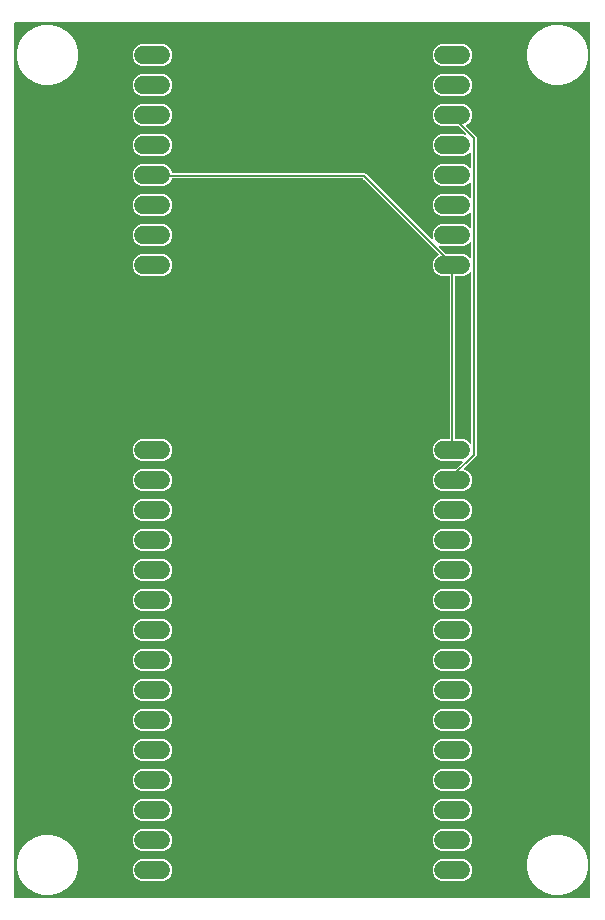
<source format=gbr>
G04 EAGLE Gerber RS-274X export*
G75*
%MOMM*%
%FSLAX34Y34*%
%LPD*%
%INTop Copper*%
%IPPOS*%
%AMOC8*
5,1,8,0,0,1.08239X$1,22.5*%
G01*
G04 Define Apertures*
%ADD10C,1.524000*%
%ADD11C,0.152400*%
G36*
X497375Y-751780D02*
X497625Y-751608D01*
X497789Y-751353D01*
X497840Y-751078D01*
X497840Y-10922D01*
X497780Y-10625D01*
X497608Y-10375D01*
X497353Y-10211D01*
X497078Y-10160D01*
X10922Y-10160D01*
X10625Y-10220D01*
X10375Y-10392D01*
X10211Y-10647D01*
X10160Y-10922D01*
X10160Y-751078D01*
X10220Y-751375D01*
X10392Y-751625D01*
X10647Y-751789D01*
X10922Y-751840D01*
X497078Y-751840D01*
X497375Y-751780D01*
G37*
%LPC*%
G36*
X466522Y-63760D02*
X459996Y-62011D01*
X454144Y-58633D01*
X449367Y-53856D01*
X445989Y-48004D01*
X444240Y-41478D01*
X444240Y-34722D01*
X445989Y-28196D01*
X449367Y-22344D01*
X454144Y-17567D01*
X459996Y-14189D01*
X466522Y-12440D01*
X473278Y-12440D01*
X479804Y-14189D01*
X485656Y-17567D01*
X490433Y-22344D01*
X493811Y-28196D01*
X495560Y-34722D01*
X495560Y-41478D01*
X493811Y-48004D01*
X490433Y-53856D01*
X485656Y-58633D01*
X479804Y-62011D01*
X473278Y-63760D01*
X466522Y-63760D01*
G37*
G36*
X34722Y-63760D02*
X28196Y-62011D01*
X22344Y-58633D01*
X17567Y-53856D01*
X14189Y-48004D01*
X12440Y-41478D01*
X12440Y-34722D01*
X14189Y-28196D01*
X17567Y-22344D01*
X22344Y-17567D01*
X28196Y-14189D01*
X34722Y-12440D01*
X41478Y-12440D01*
X48004Y-14189D01*
X53856Y-17567D01*
X58633Y-22344D01*
X62011Y-28196D01*
X63760Y-34722D01*
X63760Y-41478D01*
X62011Y-48004D01*
X58633Y-53856D01*
X53856Y-58633D01*
X48004Y-62011D01*
X41478Y-63760D01*
X34722Y-63760D01*
G37*
G36*
X371561Y-47244D02*
X368200Y-45852D01*
X365628Y-43280D01*
X364236Y-39919D01*
X364236Y-36281D01*
X365628Y-32920D01*
X368200Y-30348D01*
X371561Y-28956D01*
X390439Y-28956D01*
X393800Y-30348D01*
X396372Y-32920D01*
X397764Y-36281D01*
X397764Y-39919D01*
X396372Y-43280D01*
X393800Y-45852D01*
X390439Y-47244D01*
X371561Y-47244D01*
G37*
G36*
X117561Y-47244D02*
X114200Y-45852D01*
X111628Y-43280D01*
X110236Y-39919D01*
X110236Y-36281D01*
X111628Y-32920D01*
X114200Y-30348D01*
X117561Y-28956D01*
X136439Y-28956D01*
X139800Y-30348D01*
X142372Y-32920D01*
X143764Y-36281D01*
X143764Y-39919D01*
X142372Y-43280D01*
X139800Y-45852D01*
X136439Y-47244D01*
X117561Y-47244D01*
G37*
G36*
X371561Y-72644D02*
X368200Y-71252D01*
X365628Y-68680D01*
X364236Y-65319D01*
X364236Y-61681D01*
X365628Y-58320D01*
X368200Y-55748D01*
X371561Y-54356D01*
X390439Y-54356D01*
X393800Y-55748D01*
X396372Y-58320D01*
X397764Y-61681D01*
X397764Y-65319D01*
X396372Y-68680D01*
X393800Y-71252D01*
X390439Y-72644D01*
X371561Y-72644D01*
G37*
G36*
X117561Y-72644D02*
X114200Y-71252D01*
X111628Y-68680D01*
X110236Y-65319D01*
X110236Y-61681D01*
X111628Y-58320D01*
X114200Y-55748D01*
X117561Y-54356D01*
X136439Y-54356D01*
X139800Y-55748D01*
X142372Y-58320D01*
X143764Y-61681D01*
X143764Y-65319D01*
X142372Y-68680D01*
X139800Y-71252D01*
X136439Y-72644D01*
X117561Y-72644D01*
G37*
G36*
X371561Y-407194D02*
X368200Y-405802D01*
X365628Y-403230D01*
X364236Y-399869D01*
X364236Y-396231D01*
X365628Y-392870D01*
X368200Y-390298D01*
X371561Y-388906D01*
X383261Y-388906D01*
X383559Y-388846D01*
X383800Y-388683D01*
X389388Y-383095D01*
X389556Y-382842D01*
X389611Y-382544D01*
X389546Y-382248D01*
X389371Y-382000D01*
X389113Y-381841D01*
X388849Y-381794D01*
X371561Y-381794D01*
X368200Y-380402D01*
X365628Y-377830D01*
X364236Y-374469D01*
X364236Y-370831D01*
X365628Y-367470D01*
X368200Y-364898D01*
X371561Y-363506D01*
X377952Y-363506D01*
X378249Y-363446D01*
X378499Y-363274D01*
X378663Y-363019D01*
X378714Y-362744D01*
X378714Y-225806D01*
X378654Y-225509D01*
X378482Y-225259D01*
X378227Y-225095D01*
X377952Y-225044D01*
X371561Y-225044D01*
X368200Y-223652D01*
X365628Y-221080D01*
X364236Y-217719D01*
X364236Y-214081D01*
X365628Y-210720D01*
X368200Y-208148D01*
X369148Y-207755D01*
X369400Y-207586D01*
X369565Y-207332D01*
X369619Y-207033D01*
X369551Y-206737D01*
X369396Y-206513D01*
X305600Y-142717D01*
X305347Y-142550D01*
X305061Y-142494D01*
X143869Y-142494D01*
X143572Y-142554D01*
X143322Y-142726D01*
X143165Y-142964D01*
X142372Y-144880D01*
X139800Y-147452D01*
X136439Y-148844D01*
X117561Y-148844D01*
X114200Y-147452D01*
X111628Y-144880D01*
X110236Y-141519D01*
X110236Y-137881D01*
X111628Y-134520D01*
X114200Y-131948D01*
X117561Y-130556D01*
X136439Y-130556D01*
X139800Y-131948D01*
X142372Y-134520D01*
X143586Y-137452D01*
X143756Y-137703D01*
X144010Y-137869D01*
X144290Y-137922D01*
X307271Y-137922D01*
X363343Y-193994D01*
X363596Y-194162D01*
X363894Y-194217D01*
X364190Y-194152D01*
X364438Y-193977D01*
X364597Y-193719D01*
X364643Y-193419D01*
X364586Y-193164D01*
X364236Y-192319D01*
X364236Y-188681D01*
X365628Y-185320D01*
X368200Y-182748D01*
X371561Y-181356D01*
X390439Y-181356D01*
X393800Y-182748D01*
X395701Y-184650D01*
X395954Y-184817D01*
X396252Y-184873D01*
X396548Y-184808D01*
X396796Y-184632D01*
X396955Y-184374D01*
X397002Y-184111D01*
X397002Y-171489D01*
X396942Y-171192D01*
X396770Y-170942D01*
X396515Y-170778D01*
X396216Y-170728D01*
X395921Y-170797D01*
X395701Y-170950D01*
X393800Y-172852D01*
X390439Y-174244D01*
X371561Y-174244D01*
X368200Y-172852D01*
X365628Y-170280D01*
X364236Y-166919D01*
X364236Y-163281D01*
X365628Y-159920D01*
X368200Y-157348D01*
X371561Y-155956D01*
X390439Y-155956D01*
X393800Y-157348D01*
X395701Y-159250D01*
X395954Y-159417D01*
X396252Y-159473D01*
X396548Y-159408D01*
X396796Y-159232D01*
X396955Y-158974D01*
X397002Y-158711D01*
X397002Y-146089D01*
X396942Y-145792D01*
X396770Y-145542D01*
X396515Y-145378D01*
X396216Y-145328D01*
X395921Y-145397D01*
X395701Y-145550D01*
X393800Y-147452D01*
X390439Y-148844D01*
X371561Y-148844D01*
X368200Y-147452D01*
X365628Y-144880D01*
X364236Y-141519D01*
X364236Y-137881D01*
X365628Y-134520D01*
X368200Y-131948D01*
X371561Y-130556D01*
X390439Y-130556D01*
X393800Y-131948D01*
X395701Y-133850D01*
X395954Y-134017D01*
X396252Y-134073D01*
X396548Y-134008D01*
X396796Y-133832D01*
X396955Y-133574D01*
X397002Y-133311D01*
X397002Y-120689D01*
X396942Y-120392D01*
X396770Y-120142D01*
X396515Y-119978D01*
X396216Y-119928D01*
X395921Y-119997D01*
X395701Y-120150D01*
X393800Y-122052D01*
X390439Y-123444D01*
X371561Y-123444D01*
X368200Y-122052D01*
X365628Y-119480D01*
X364236Y-116119D01*
X364236Y-112481D01*
X365628Y-109120D01*
X368200Y-106548D01*
X371561Y-105156D01*
X390439Y-105156D01*
X391284Y-105506D01*
X391582Y-105564D01*
X391878Y-105501D01*
X392127Y-105328D01*
X392288Y-105071D01*
X392337Y-104772D01*
X392265Y-104477D01*
X392114Y-104263D01*
X386118Y-98267D01*
X385865Y-98100D01*
X385579Y-98044D01*
X371561Y-98044D01*
X368200Y-96652D01*
X365628Y-94080D01*
X364236Y-90719D01*
X364236Y-87081D01*
X365628Y-83720D01*
X368200Y-81148D01*
X371561Y-79756D01*
X390439Y-79756D01*
X393800Y-81148D01*
X396372Y-83720D01*
X397764Y-87081D01*
X397764Y-90719D01*
X396372Y-94080D01*
X393800Y-96652D01*
X392852Y-97045D01*
X392600Y-97214D01*
X392435Y-97468D01*
X392381Y-97767D01*
X392449Y-98063D01*
X392604Y-98287D01*
X401574Y-107257D01*
X401574Y-377375D01*
X390965Y-387984D01*
X390798Y-388236D01*
X390742Y-388535D01*
X390807Y-388831D01*
X390983Y-389078D01*
X391213Y-389226D01*
X393800Y-390298D01*
X396372Y-392870D01*
X397764Y-396231D01*
X397764Y-399869D01*
X396372Y-403230D01*
X393800Y-405802D01*
X390439Y-407194D01*
X371561Y-407194D01*
G37*
G36*
X117561Y-98044D02*
X114200Y-96652D01*
X111628Y-94080D01*
X110236Y-90719D01*
X110236Y-87081D01*
X111628Y-83720D01*
X114200Y-81148D01*
X117561Y-79756D01*
X136439Y-79756D01*
X139800Y-81148D01*
X142372Y-83720D01*
X143764Y-87081D01*
X143764Y-90719D01*
X142372Y-94080D01*
X139800Y-96652D01*
X136439Y-98044D01*
X117561Y-98044D01*
G37*
G36*
X117561Y-123444D02*
X114200Y-122052D01*
X111628Y-119480D01*
X110236Y-116119D01*
X110236Y-112481D01*
X111628Y-109120D01*
X114200Y-106548D01*
X117561Y-105156D01*
X136439Y-105156D01*
X139800Y-106548D01*
X142372Y-109120D01*
X143764Y-112481D01*
X143764Y-116119D01*
X142372Y-119480D01*
X139800Y-122052D01*
X136439Y-123444D01*
X117561Y-123444D01*
G37*
G36*
X117561Y-174244D02*
X114200Y-172852D01*
X111628Y-170280D01*
X110236Y-166919D01*
X110236Y-163281D01*
X111628Y-159920D01*
X114200Y-157348D01*
X117561Y-155956D01*
X136439Y-155956D01*
X139800Y-157348D01*
X142372Y-159920D01*
X143764Y-163281D01*
X143764Y-166919D01*
X142372Y-170280D01*
X139800Y-172852D01*
X136439Y-174244D01*
X117561Y-174244D01*
G37*
G36*
X117561Y-199644D02*
X114200Y-198252D01*
X111628Y-195680D01*
X110236Y-192319D01*
X110236Y-188681D01*
X111628Y-185320D01*
X114200Y-182748D01*
X117561Y-181356D01*
X136439Y-181356D01*
X139800Y-182748D01*
X142372Y-185320D01*
X143764Y-188681D01*
X143764Y-192319D01*
X142372Y-195680D01*
X139800Y-198252D01*
X136439Y-199644D01*
X117561Y-199644D01*
G37*
G36*
X117561Y-225044D02*
X114200Y-223652D01*
X111628Y-221080D01*
X110236Y-217719D01*
X110236Y-214081D01*
X111628Y-210720D01*
X114200Y-208148D01*
X117561Y-206756D01*
X136439Y-206756D01*
X139800Y-208148D01*
X142372Y-210720D01*
X143764Y-214081D01*
X143764Y-217719D01*
X142372Y-221080D01*
X139800Y-223652D01*
X136439Y-225044D01*
X117561Y-225044D01*
G37*
G36*
X117561Y-381794D02*
X114200Y-380402D01*
X111628Y-377830D01*
X110236Y-374469D01*
X110236Y-370831D01*
X111628Y-367470D01*
X114200Y-364898D01*
X117561Y-363506D01*
X136439Y-363506D01*
X139800Y-364898D01*
X142372Y-367470D01*
X143764Y-370831D01*
X143764Y-374469D01*
X142372Y-377830D01*
X139800Y-380402D01*
X136439Y-381794D01*
X117561Y-381794D01*
G37*
G36*
X117561Y-407194D02*
X114200Y-405802D01*
X111628Y-403230D01*
X110236Y-399869D01*
X110236Y-396231D01*
X111628Y-392870D01*
X114200Y-390298D01*
X117561Y-388906D01*
X136439Y-388906D01*
X139800Y-390298D01*
X142372Y-392870D01*
X143764Y-396231D01*
X143764Y-399869D01*
X142372Y-403230D01*
X139800Y-405802D01*
X136439Y-407194D01*
X117561Y-407194D01*
G37*
G36*
X371561Y-432594D02*
X368200Y-431202D01*
X365628Y-428630D01*
X364236Y-425269D01*
X364236Y-421631D01*
X365628Y-418270D01*
X368200Y-415698D01*
X371561Y-414306D01*
X390439Y-414306D01*
X393800Y-415698D01*
X396372Y-418270D01*
X397764Y-421631D01*
X397764Y-425269D01*
X396372Y-428630D01*
X393800Y-431202D01*
X390439Y-432594D01*
X371561Y-432594D01*
G37*
G36*
X117561Y-432594D02*
X114200Y-431202D01*
X111628Y-428630D01*
X110236Y-425269D01*
X110236Y-421631D01*
X111628Y-418270D01*
X114200Y-415698D01*
X117561Y-414306D01*
X136439Y-414306D01*
X139800Y-415698D01*
X142372Y-418270D01*
X143764Y-421631D01*
X143764Y-425269D01*
X142372Y-428630D01*
X139800Y-431202D01*
X136439Y-432594D01*
X117561Y-432594D01*
G37*
G36*
X371561Y-457994D02*
X368200Y-456602D01*
X365628Y-454030D01*
X364236Y-450669D01*
X364236Y-447031D01*
X365628Y-443670D01*
X368200Y-441098D01*
X371561Y-439706D01*
X390439Y-439706D01*
X393800Y-441098D01*
X396372Y-443670D01*
X397764Y-447031D01*
X397764Y-450669D01*
X396372Y-454030D01*
X393800Y-456602D01*
X390439Y-457994D01*
X371561Y-457994D01*
G37*
G36*
X117561Y-457994D02*
X114200Y-456602D01*
X111628Y-454030D01*
X110236Y-450669D01*
X110236Y-447031D01*
X111628Y-443670D01*
X114200Y-441098D01*
X117561Y-439706D01*
X136439Y-439706D01*
X139800Y-441098D01*
X142372Y-443670D01*
X143764Y-447031D01*
X143764Y-450669D01*
X142372Y-454030D01*
X139800Y-456602D01*
X136439Y-457994D01*
X117561Y-457994D01*
G37*
G36*
X371561Y-483394D02*
X368200Y-482002D01*
X365628Y-479430D01*
X364236Y-476069D01*
X364236Y-472431D01*
X365628Y-469070D01*
X368200Y-466498D01*
X371561Y-465106D01*
X390439Y-465106D01*
X393800Y-466498D01*
X396372Y-469070D01*
X397764Y-472431D01*
X397764Y-476069D01*
X396372Y-479430D01*
X393800Y-482002D01*
X390439Y-483394D01*
X371561Y-483394D01*
G37*
G36*
X117561Y-483394D02*
X114200Y-482002D01*
X111628Y-479430D01*
X110236Y-476069D01*
X110236Y-472431D01*
X111628Y-469070D01*
X114200Y-466498D01*
X117561Y-465106D01*
X136439Y-465106D01*
X139800Y-466498D01*
X142372Y-469070D01*
X143764Y-472431D01*
X143764Y-476069D01*
X142372Y-479430D01*
X139800Y-482002D01*
X136439Y-483394D01*
X117561Y-483394D01*
G37*
G36*
X371561Y-508794D02*
X368200Y-507402D01*
X365628Y-504830D01*
X364236Y-501469D01*
X364236Y-497831D01*
X365628Y-494470D01*
X368200Y-491898D01*
X371561Y-490506D01*
X390439Y-490506D01*
X393800Y-491898D01*
X396372Y-494470D01*
X397764Y-497831D01*
X397764Y-501469D01*
X396372Y-504830D01*
X393800Y-507402D01*
X390439Y-508794D01*
X371561Y-508794D01*
G37*
G36*
X117561Y-508794D02*
X114200Y-507402D01*
X111628Y-504830D01*
X110236Y-501469D01*
X110236Y-497831D01*
X111628Y-494470D01*
X114200Y-491898D01*
X117561Y-490506D01*
X136439Y-490506D01*
X139800Y-491898D01*
X142372Y-494470D01*
X143764Y-497831D01*
X143764Y-501469D01*
X142372Y-504830D01*
X139800Y-507402D01*
X136439Y-508794D01*
X117561Y-508794D01*
G37*
G36*
X371561Y-534194D02*
X368200Y-532802D01*
X365628Y-530230D01*
X364236Y-526869D01*
X364236Y-523231D01*
X365628Y-519870D01*
X368200Y-517298D01*
X371561Y-515906D01*
X390439Y-515906D01*
X393800Y-517298D01*
X396372Y-519870D01*
X397764Y-523231D01*
X397764Y-526869D01*
X396372Y-530230D01*
X393800Y-532802D01*
X390439Y-534194D01*
X371561Y-534194D01*
G37*
G36*
X117561Y-534194D02*
X114200Y-532802D01*
X111628Y-530230D01*
X110236Y-526869D01*
X110236Y-523231D01*
X111628Y-519870D01*
X114200Y-517298D01*
X117561Y-515906D01*
X136439Y-515906D01*
X139800Y-517298D01*
X142372Y-519870D01*
X143764Y-523231D01*
X143764Y-526869D01*
X142372Y-530230D01*
X139800Y-532802D01*
X136439Y-534194D01*
X117561Y-534194D01*
G37*
G36*
X371561Y-559594D02*
X368200Y-558202D01*
X365628Y-555630D01*
X364236Y-552269D01*
X364236Y-548631D01*
X365628Y-545270D01*
X368200Y-542698D01*
X371561Y-541306D01*
X390439Y-541306D01*
X393800Y-542698D01*
X396372Y-545270D01*
X397764Y-548631D01*
X397764Y-552269D01*
X396372Y-555630D01*
X393800Y-558202D01*
X390439Y-559594D01*
X371561Y-559594D01*
G37*
G36*
X117561Y-559594D02*
X114200Y-558202D01*
X111628Y-555630D01*
X110236Y-552269D01*
X110236Y-548631D01*
X111628Y-545270D01*
X114200Y-542698D01*
X117561Y-541306D01*
X136439Y-541306D01*
X139800Y-542698D01*
X142372Y-545270D01*
X143764Y-548631D01*
X143764Y-552269D01*
X142372Y-555630D01*
X139800Y-558202D01*
X136439Y-559594D01*
X117561Y-559594D01*
G37*
G36*
X371561Y-584994D02*
X368200Y-583602D01*
X365628Y-581030D01*
X364236Y-577669D01*
X364236Y-574031D01*
X365628Y-570670D01*
X368200Y-568098D01*
X371561Y-566706D01*
X390439Y-566706D01*
X393800Y-568098D01*
X396372Y-570670D01*
X397764Y-574031D01*
X397764Y-577669D01*
X396372Y-581030D01*
X393800Y-583602D01*
X390439Y-584994D01*
X371561Y-584994D01*
G37*
G36*
X117561Y-584994D02*
X114200Y-583602D01*
X111628Y-581030D01*
X110236Y-577669D01*
X110236Y-574031D01*
X111628Y-570670D01*
X114200Y-568098D01*
X117561Y-566706D01*
X136439Y-566706D01*
X139800Y-568098D01*
X142372Y-570670D01*
X143764Y-574031D01*
X143764Y-577669D01*
X142372Y-581030D01*
X139800Y-583602D01*
X136439Y-584994D01*
X117561Y-584994D01*
G37*
G36*
X371561Y-610394D02*
X368200Y-609002D01*
X365628Y-606430D01*
X364236Y-603069D01*
X364236Y-599431D01*
X365628Y-596070D01*
X368200Y-593498D01*
X371561Y-592106D01*
X390439Y-592106D01*
X393800Y-593498D01*
X396372Y-596070D01*
X397764Y-599431D01*
X397764Y-603069D01*
X396372Y-606430D01*
X393800Y-609002D01*
X390439Y-610394D01*
X371561Y-610394D01*
G37*
G36*
X117561Y-610394D02*
X114200Y-609002D01*
X111628Y-606430D01*
X110236Y-603069D01*
X110236Y-599431D01*
X111628Y-596070D01*
X114200Y-593498D01*
X117561Y-592106D01*
X136439Y-592106D01*
X139800Y-593498D01*
X142372Y-596070D01*
X143764Y-599431D01*
X143764Y-603069D01*
X142372Y-606430D01*
X139800Y-609002D01*
X136439Y-610394D01*
X117561Y-610394D01*
G37*
G36*
X371561Y-635794D02*
X368200Y-634402D01*
X365628Y-631830D01*
X364236Y-628469D01*
X364236Y-624831D01*
X365628Y-621470D01*
X368200Y-618898D01*
X371561Y-617506D01*
X390439Y-617506D01*
X393800Y-618898D01*
X396372Y-621470D01*
X397764Y-624831D01*
X397764Y-628469D01*
X396372Y-631830D01*
X393800Y-634402D01*
X390439Y-635794D01*
X371561Y-635794D01*
G37*
G36*
X117561Y-635794D02*
X114200Y-634402D01*
X111628Y-631830D01*
X110236Y-628469D01*
X110236Y-624831D01*
X111628Y-621470D01*
X114200Y-618898D01*
X117561Y-617506D01*
X136439Y-617506D01*
X139800Y-618898D01*
X142372Y-621470D01*
X143764Y-624831D01*
X143764Y-628469D01*
X142372Y-631830D01*
X139800Y-634402D01*
X136439Y-635794D01*
X117561Y-635794D01*
G37*
G36*
X371561Y-661194D02*
X368200Y-659802D01*
X365628Y-657230D01*
X364236Y-653869D01*
X364236Y-650231D01*
X365628Y-646870D01*
X368200Y-644298D01*
X371561Y-642906D01*
X390439Y-642906D01*
X393800Y-644298D01*
X396372Y-646870D01*
X397764Y-650231D01*
X397764Y-653869D01*
X396372Y-657230D01*
X393800Y-659802D01*
X390439Y-661194D01*
X371561Y-661194D01*
G37*
G36*
X117561Y-661194D02*
X114200Y-659802D01*
X111628Y-657230D01*
X110236Y-653869D01*
X110236Y-650231D01*
X111628Y-646870D01*
X114200Y-644298D01*
X117561Y-642906D01*
X136439Y-642906D01*
X139800Y-644298D01*
X142372Y-646870D01*
X143764Y-650231D01*
X143764Y-653869D01*
X142372Y-657230D01*
X139800Y-659802D01*
X136439Y-661194D01*
X117561Y-661194D01*
G37*
G36*
X371561Y-686594D02*
X368200Y-685202D01*
X365628Y-682630D01*
X364236Y-679269D01*
X364236Y-675631D01*
X365628Y-672270D01*
X368200Y-669698D01*
X371561Y-668306D01*
X390439Y-668306D01*
X393800Y-669698D01*
X396372Y-672270D01*
X397764Y-675631D01*
X397764Y-679269D01*
X396372Y-682630D01*
X393800Y-685202D01*
X390439Y-686594D01*
X371561Y-686594D01*
G37*
G36*
X117561Y-686594D02*
X114200Y-685202D01*
X111628Y-682630D01*
X110236Y-679269D01*
X110236Y-675631D01*
X111628Y-672270D01*
X114200Y-669698D01*
X117561Y-668306D01*
X136439Y-668306D01*
X139800Y-669698D01*
X142372Y-672270D01*
X143764Y-675631D01*
X143764Y-679269D01*
X142372Y-682630D01*
X139800Y-685202D01*
X136439Y-686594D01*
X117561Y-686594D01*
G37*
G36*
X371561Y-711994D02*
X368200Y-710602D01*
X365628Y-708030D01*
X364236Y-704669D01*
X364236Y-701031D01*
X365628Y-697670D01*
X368200Y-695098D01*
X371561Y-693706D01*
X390439Y-693706D01*
X393800Y-695098D01*
X396372Y-697670D01*
X397764Y-701031D01*
X397764Y-704669D01*
X396372Y-708030D01*
X393800Y-710602D01*
X390439Y-711994D01*
X371561Y-711994D01*
G37*
G36*
X117561Y-711994D02*
X114200Y-710602D01*
X111628Y-708030D01*
X110236Y-704669D01*
X110236Y-701031D01*
X111628Y-697670D01*
X114200Y-695098D01*
X117561Y-693706D01*
X136439Y-693706D01*
X139800Y-695098D01*
X142372Y-697670D01*
X143764Y-701031D01*
X143764Y-704669D01*
X142372Y-708030D01*
X139800Y-710602D01*
X136439Y-711994D01*
X117561Y-711994D01*
G37*
G36*
X466522Y-749560D02*
X459996Y-747811D01*
X454144Y-744433D01*
X449367Y-739656D01*
X445989Y-733804D01*
X444240Y-727278D01*
X444240Y-720522D01*
X445989Y-713996D01*
X449367Y-708144D01*
X454144Y-703367D01*
X459996Y-699989D01*
X466522Y-698240D01*
X473278Y-698240D01*
X479804Y-699989D01*
X485656Y-703367D01*
X490433Y-708144D01*
X493811Y-713996D01*
X495560Y-720522D01*
X495560Y-727278D01*
X493811Y-733804D01*
X490433Y-739656D01*
X485656Y-744433D01*
X479804Y-747811D01*
X473278Y-749560D01*
X466522Y-749560D01*
G37*
G36*
X34722Y-749560D02*
X28196Y-747811D01*
X22344Y-744433D01*
X17567Y-739656D01*
X14189Y-733804D01*
X12440Y-727278D01*
X12440Y-720522D01*
X14189Y-713996D01*
X17567Y-708144D01*
X22344Y-703367D01*
X28196Y-699989D01*
X34722Y-698240D01*
X41478Y-698240D01*
X48004Y-699989D01*
X53856Y-703367D01*
X58633Y-708144D01*
X62011Y-713996D01*
X63760Y-720522D01*
X63760Y-727278D01*
X62011Y-733804D01*
X58633Y-739656D01*
X53856Y-744433D01*
X48004Y-747811D01*
X41478Y-749560D01*
X34722Y-749560D01*
G37*
G36*
X371561Y-737394D02*
X368200Y-736002D01*
X365628Y-733430D01*
X364236Y-730069D01*
X364236Y-726431D01*
X365628Y-723070D01*
X368200Y-720498D01*
X371561Y-719106D01*
X390439Y-719106D01*
X393800Y-720498D01*
X396372Y-723070D01*
X397764Y-726431D01*
X397764Y-730069D01*
X396372Y-733430D01*
X393800Y-736002D01*
X390439Y-737394D01*
X371561Y-737394D01*
G37*
G36*
X117561Y-737394D02*
X114200Y-736002D01*
X111628Y-733430D01*
X110236Y-730069D01*
X110236Y-726431D01*
X111628Y-723070D01*
X114200Y-720498D01*
X117561Y-719106D01*
X136439Y-719106D01*
X139800Y-720498D01*
X142372Y-723070D01*
X143764Y-726431D01*
X143764Y-730069D01*
X142372Y-733430D01*
X139800Y-736002D01*
X136439Y-737394D01*
X117561Y-737394D01*
G37*
%LPD*%
G36*
X396548Y-210208D02*
X396796Y-210032D01*
X396955Y-209774D01*
X397002Y-209511D01*
X397002Y-196889D01*
X396942Y-196592D01*
X396770Y-196342D01*
X396515Y-196178D01*
X396216Y-196128D01*
X395921Y-196197D01*
X395701Y-196350D01*
X393800Y-198252D01*
X390439Y-199644D01*
X371561Y-199644D01*
X370716Y-199294D01*
X370418Y-199236D01*
X370122Y-199299D01*
X369873Y-199472D01*
X369712Y-199729D01*
X369663Y-200028D01*
X369735Y-200323D01*
X369886Y-200537D01*
X375882Y-206533D01*
X376135Y-206700D01*
X376421Y-206756D01*
X390439Y-206756D01*
X393800Y-208148D01*
X395701Y-210050D01*
X395954Y-210217D01*
X396252Y-210273D01*
X396548Y-210208D01*
G37*
G36*
X396548Y-366958D02*
X396796Y-366782D01*
X396955Y-366524D01*
X397002Y-366261D01*
X397002Y-222289D01*
X396942Y-221992D01*
X396770Y-221742D01*
X396515Y-221578D01*
X396216Y-221528D01*
X395921Y-221597D01*
X395701Y-221750D01*
X393800Y-223652D01*
X390439Y-225044D01*
X384048Y-225044D01*
X383751Y-225104D01*
X383501Y-225276D01*
X383337Y-225531D01*
X383286Y-225806D01*
X383286Y-362744D01*
X383346Y-363041D01*
X383518Y-363291D01*
X383773Y-363455D01*
X384048Y-363506D01*
X390439Y-363506D01*
X393800Y-364898D01*
X395701Y-366800D01*
X395954Y-366967D01*
X396252Y-367023D01*
X396548Y-366958D01*
G37*
D10*
X134620Y-728250D02*
X119380Y-728250D01*
X119380Y-702850D02*
X134620Y-702850D01*
X134620Y-677450D02*
X119380Y-677450D01*
X119380Y-652050D02*
X134620Y-652050D01*
X134620Y-626650D02*
X119380Y-626650D01*
X119380Y-601250D02*
X134620Y-601250D01*
X134620Y-575850D02*
X119380Y-575850D01*
X119380Y-550450D02*
X134620Y-550450D01*
X134620Y-525050D02*
X119380Y-525050D01*
X119380Y-499650D02*
X134620Y-499650D01*
X134620Y-474250D02*
X119380Y-474250D01*
X119380Y-448850D02*
X134620Y-448850D01*
X134620Y-423450D02*
X119380Y-423450D01*
X119380Y-398050D02*
X134620Y-398050D01*
X134620Y-372650D02*
X119380Y-372650D01*
X373380Y-728250D02*
X388620Y-728250D01*
X388620Y-702850D02*
X373380Y-702850D01*
X373380Y-677450D02*
X388620Y-677450D01*
X388620Y-652050D02*
X373380Y-652050D01*
X373380Y-626650D02*
X388620Y-626650D01*
X388620Y-601250D02*
X373380Y-601250D01*
X373380Y-575850D02*
X388620Y-575850D01*
X388620Y-550450D02*
X373380Y-550450D01*
X373380Y-525050D02*
X388620Y-525050D01*
X388620Y-499650D02*
X373380Y-499650D01*
X373380Y-474250D02*
X388620Y-474250D01*
X388620Y-448850D02*
X373380Y-448850D01*
X373380Y-423450D02*
X388620Y-423450D01*
X388620Y-398050D02*
X373380Y-398050D01*
X373380Y-372650D02*
X388620Y-372650D01*
X134620Y-215900D02*
X119380Y-215900D01*
X119380Y-190500D02*
X134620Y-190500D01*
X134620Y-165100D02*
X119380Y-165100D01*
X119380Y-139700D02*
X134620Y-139700D01*
X134620Y-114300D02*
X119380Y-114300D01*
X119380Y-88900D02*
X134620Y-88900D01*
X134620Y-63500D02*
X119380Y-63500D01*
X119380Y-38100D02*
X134620Y-38100D01*
X373380Y-215900D02*
X388620Y-215900D01*
X388620Y-190500D02*
X373380Y-190500D01*
X373380Y-165100D02*
X388620Y-165100D01*
X388620Y-139700D02*
X373380Y-139700D01*
X373380Y-114300D02*
X388620Y-114300D01*
X388620Y-88900D02*
X373380Y-88900D01*
X373380Y-63500D02*
X388620Y-63500D01*
X388620Y-38100D02*
X373380Y-38100D01*
D11*
X381000Y-215900D02*
X381000Y-372650D01*
X306324Y-140208D02*
X128016Y-140208D01*
X306324Y-140208D02*
X381000Y-214884D01*
X128016Y-140208D02*
X127000Y-139700D01*
X381000Y-214884D02*
X381000Y-215900D01*
X381000Y-394716D02*
X381000Y-398050D01*
X381000Y-394716D02*
X399288Y-376428D01*
X399288Y-108204D01*
X381000Y-89916D01*
X381000Y-88900D01*
M02*

</source>
